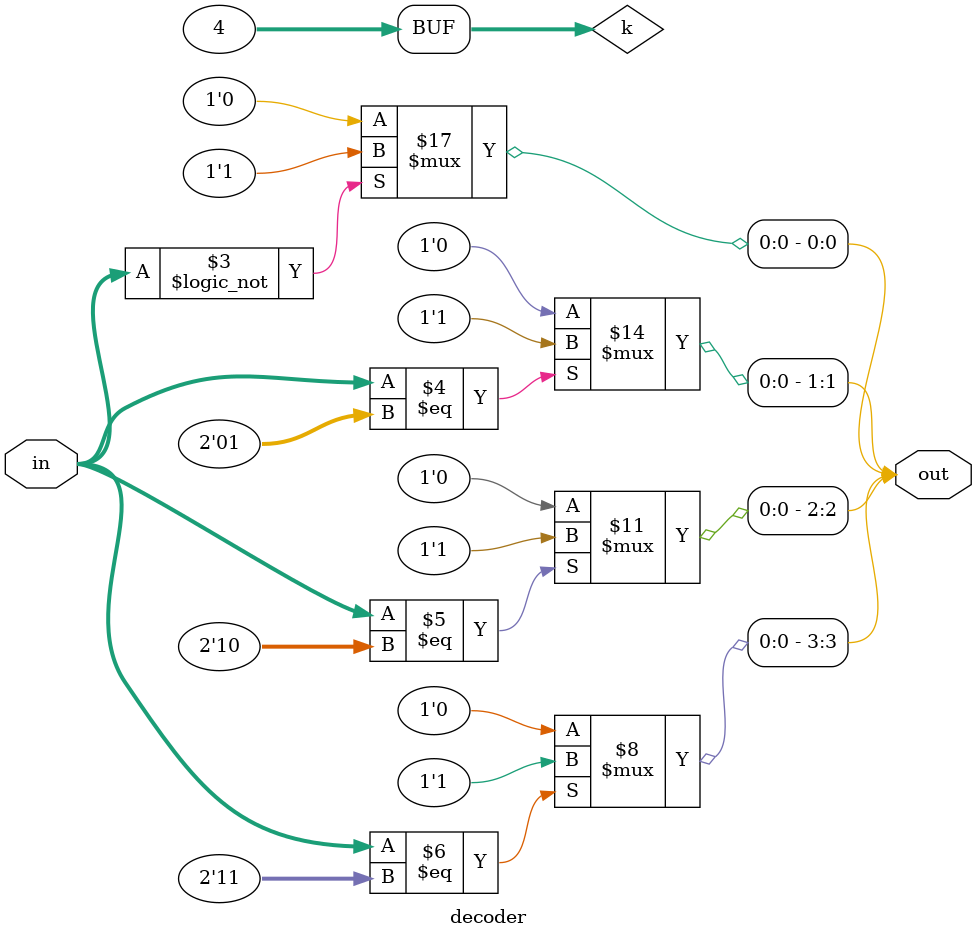
<source format=v>

module decoder(input[1:0] in, output reg[3:0] out);

integer k;

always @(in)
begin
for(k=0;k<=3;k=k+1)
  if(in==k) out[k]=1;
   else out[k]=0;
end

endmodule
</source>
